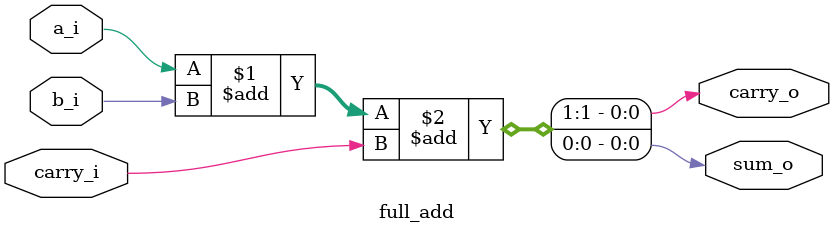
<source format=sv>
module full_add (
  input [0:0] a_i,
  input [0:0] b_i,
  input [0:0] carry_i,
  output [0:0] carry_o,
  output [0:0] sum_o
);

  // For Lab 2, you may use assign statements!
  // Your code here:
  assign {carry_o, sum_o} = a_i + b_i + carry_i;

endmodule

</source>
